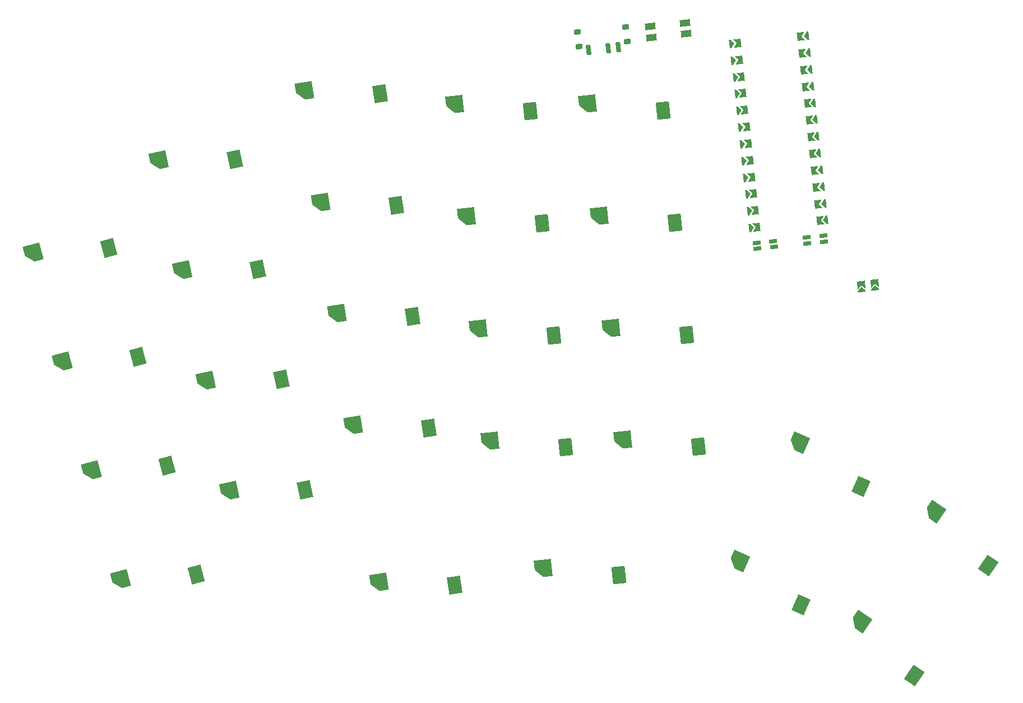
<source format=gbr>
%TF.GenerationSoftware,KiCad,Pcbnew,9.0.2*%
%TF.CreationDate,2025-05-27T05:35:02-06:00*%
%TF.ProjectId,keeb,6b656562-2e6b-4696-9361-645f70636258,v1.0.0*%
%TF.SameCoordinates,Original*%
%TF.FileFunction,Paste,Bot*%
%TF.FilePolarity,Positive*%
%FSLAX46Y46*%
G04 Gerber Fmt 4.6, Leading zero omitted, Abs format (unit mm)*
G04 Created by KiCad (PCBNEW 9.0.2) date 2025-05-27 05:35:02*
%MOMM*%
%LPD*%
G01*
G04 APERTURE LIST*
G04 Aperture macros list*
%AMRotRect*
0 Rectangle, with rotation*
0 The origin of the aperture is its center*
0 $1 length*
0 $2 width*
0 $3 Rotation angle, in degrees counterclockwise*
0 Add horizontal line*
21,1,$1,$2,0,0,$3*%
%AMOutline5P*
0 Free polygon, 5 corners , with rotation*
0 The origin of the aperture is its center*
0 number of corners: always 5*
0 $1 to $10 corner X, Y*
0 $11 Rotation angle, in degrees counterclockwise*
0 create outline with 5 corners*
4,1,5,$1,$2,$3,$4,$5,$6,$7,$8,$9,$10,$1,$2,$11*%
%AMOutline6P*
0 Free polygon, 6 corners , with rotation*
0 The origin of the aperture is its center*
0 number of corners: always 6*
0 $1 to $12 corner X, Y*
0 $13 Rotation angle, in degrees counterclockwise*
0 create outline with 6 corners*
4,1,6,$1,$2,$3,$4,$5,$6,$7,$8,$9,$10,$11,$12,$1,$2,$13*%
%AMOutline7P*
0 Free polygon, 7 corners , with rotation*
0 The origin of the aperture is its center*
0 number of corners: always 7*
0 $1 to $14 corner X, Y*
0 $15 Rotation angle, in degrees counterclockwise*
0 create outline with 7 corners*
4,1,7,$1,$2,$3,$4,$5,$6,$7,$8,$9,$10,$11,$12,$13,$14,$1,$2,$15*%
%AMOutline8P*
0 Free polygon, 8 corners , with rotation*
0 The origin of the aperture is its center*
0 number of corners: always 8*
0 $1 to $16 corner X, Y*
0 $17 Rotation angle, in degrees counterclockwise*
0 create outline with 8 corners*
4,1,8,$1,$2,$3,$4,$5,$6,$7,$8,$9,$10,$11,$12,$13,$14,$15,$16,$1,$2,$17*%
%AMFreePoly0*
4,1,6,0.250000,0.000000,-0.250000,-0.625000,-0.500000,-0.625000,-0.500000,0.625000,-0.250000,0.625000,0.250000,0.000000,0.250000,0.000000,$1*%
%AMFreePoly1*
4,1,6,0.500000,-0.625000,-0.650000,-0.625000,-0.150000,0.000000,-0.650000,0.625000,0.500000,0.625000,0.500000,-0.625000,0.500000,-0.625000,$1*%
%AMFreePoly2*
4,1,6,0.600000,-0.200000,0.600000,-0.400000,-0.600000,-0.400000,-0.600000,-0.200000,0.000000,0.400000,0.600000,-0.200000,0.600000,-0.200000,$1*%
%AMFreePoly3*
4,1,6,0.600000,-1.000000,0.000000,-0.400000,-0.600000,-1.000000,-0.600000,0.250000,0.600000,0.250000,0.600000,-1.000000,0.600000,-1.000000,$1*%
G04 Aperture macros list end*
%ADD10Outline5P,-1.300000X1.300000X1.300000X1.300000X1.300000X-1.300000X-0.117000X-1.300000X-1.300000X-0.117000X15.000000*%
%ADD11RotRect,2.000000X2.600000X15.000000*%
%ADD12Outline5P,-1.300000X1.300000X1.300000X1.300000X1.300000X-1.300000X-0.117000X-1.300000X-1.300000X-0.117000X12.000000*%
%ADD13RotRect,2.000000X2.600000X12.000000*%
%ADD14Outline5P,-1.300000X1.300000X1.300000X1.300000X1.300000X-1.300000X-0.117000X-1.300000X-1.300000X-0.117000X9.000000*%
%ADD15RotRect,2.000000X2.600000X9.000000*%
%ADD16Outline5P,-1.300000X1.300000X1.300000X1.300000X1.300000X-1.300000X-0.117000X-1.300000X-1.300000X-0.117000X6.000000*%
%ADD17RotRect,2.000000X2.600000X6.000000*%
%ADD18Outline5P,-1.300000X1.300000X1.300000X1.300000X1.300000X-1.300000X-0.117000X-1.300000X-1.300000X-0.117000X336.000000*%
%ADD19RotRect,2.000000X2.600000X336.000000*%
%ADD20Outline5P,-1.300000X1.300000X1.300000X1.300000X1.300000X-1.300000X-0.117000X-1.300000X-1.300000X-0.117000X326.000000*%
%ADD21RotRect,2.000000X2.600000X326.000000*%
%ADD22FreePoly0,6.000000*%
%ADD23FreePoly1,6.000000*%
%ADD24FreePoly1,186.000000*%
%ADD25FreePoly0,186.000000*%
%ADD26RotRect,1.550000X1.000000X186.000000*%
%ADD27FreePoly2,6.000000*%
%ADD28FreePoly3,6.000000*%
%ADD29RotRect,1.000000X0.800000X6.000000*%
%ADD30RotRect,0.700000X1.500000X6.000000*%
%ADD31RotRect,0.600000X1.200000X276.000000*%
G04 APERTURE END LIST*
D10*
%TO.C,S1*%
X40896696Y-95679635D03*
D11*
X52332763Y-94892957D03*
%TD*%
D10*
%TO.C,S2*%
X36496772Y-79258896D03*
D11*
X47932839Y-78472218D03*
%TD*%
D10*
%TO.C,S3*%
X32096849Y-62838157D03*
D11*
X43532916Y-62051479D03*
%TD*%
D10*
%TO.C,S4*%
X27696925Y-46417418D03*
D11*
X39132992Y-45630740D03*
%TD*%
D12*
%TO.C,S5*%
X57312197Y-82312263D03*
D13*
X68773763Y-82125181D03*
%TD*%
D12*
%TO.C,S6*%
X53777698Y-65683753D03*
D13*
X65239264Y-65496671D03*
%TD*%
D12*
%TO.C,S7*%
X50243200Y-49055244D03*
D13*
X61704766Y-48868162D03*
%TD*%
D12*
%TO.C,S8*%
X46708701Y-32426735D03*
D13*
X58170267Y-32239653D03*
%TD*%
D14*
%TO.C,S9*%
X76066530Y-72400269D03*
D15*
X87522179Y-72813296D03*
%TD*%
D14*
%TO.C,S10*%
X73604682Y-55578280D03*
D15*
X85060331Y-55991307D03*
%TD*%
D14*
%TO.C,S11*%
X71142833Y-38756291D03*
D15*
X82598482Y-39169318D03*
%TD*%
D14*
%TO.C,S12*%
X68680985Y-21934302D03*
D15*
X80136634Y-22347329D03*
%TD*%
D14*
%TO.C,S13*%
X79919726Y-96089145D03*
D15*
X91375375Y-96502172D03*
%TD*%
D16*
%TO.C,S14*%
X96690394Y-74729379D03*
D17*
X108108728Y-75741382D03*
%TD*%
D16*
%TO.C,S15*%
X94913411Y-57822507D03*
D17*
X106331745Y-58834510D03*
%TD*%
D16*
%TO.C,S16*%
X93136427Y-40915635D03*
D17*
X104554761Y-41927638D03*
%TD*%
D16*
%TO.C,S17*%
X91359443Y-24008762D03*
D17*
X102777777Y-25020765D03*
%TD*%
D16*
%TO.C,S18*%
X116789889Y-74627853D03*
D17*
X128208223Y-75639856D03*
%TD*%
D16*
%TO.C,S19*%
X115012906Y-57720981D03*
D17*
X126431240Y-58732984D03*
%TD*%
D16*
%TO.C,S20*%
X113235922Y-40814109D03*
D17*
X124654256Y-41826112D03*
%TD*%
D16*
%TO.C,S21*%
X111458938Y-23907237D03*
D17*
X122877272Y-24919240D03*
%TD*%
D16*
%TO.C,S22*%
X104748095Y-93992646D03*
D17*
X116166429Y-95004649D03*
%TD*%
D18*
%TO.C,S23*%
X143389233Y-75009203D03*
D19*
X152771798Y-81594790D03*
%TD*%
D18*
%TO.C,S24*%
X134340954Y-92873376D03*
D19*
X143723519Y-99458963D03*
%TD*%
D20*
%TO.C,S25*%
X163860779Y-85447965D03*
D21*
X171957227Y-93562768D03*
%TD*%
D20*
%TO.C,S26*%
X152676921Y-102028717D03*
D21*
X160773369Y-110143520D03*
%TD*%
D22*
%TO.C,MCU1*%
X133403607Y-14813578D03*
D23*
X134124635Y-14737795D03*
D24*
X143622320Y-13739549D03*
D25*
X144343348Y-13663765D03*
D22*
X133669109Y-17339664D03*
D23*
X134390138Y-17263881D03*
D24*
X143887822Y-16265634D03*
D25*
X144608850Y-16189851D03*
D22*
X133934612Y-19865750D03*
D23*
X134655640Y-19789967D03*
D24*
X144153324Y-18791720D03*
D25*
X144874353Y-18715937D03*
D22*
X134200114Y-22391835D03*
D23*
X134921142Y-22316052D03*
D24*
X144418826Y-21317805D03*
D25*
X145139855Y-21242022D03*
D22*
X134465616Y-24917921D03*
D23*
X135186645Y-24842138D03*
D24*
X144684329Y-23843891D03*
D25*
X145405357Y-23768108D03*
D22*
X134731119Y-27444007D03*
D23*
X135452147Y-27368223D03*
D24*
X144949831Y-26369977D03*
D25*
X145670859Y-26294193D03*
D22*
X134996621Y-29970092D03*
D23*
X135717649Y-29894309D03*
D24*
X145215333Y-28896062D03*
D25*
X145936362Y-28820279D03*
D22*
X135262123Y-32496178D03*
D23*
X135983152Y-32420395D03*
D24*
X145480836Y-31422148D03*
D25*
X146201864Y-31346365D03*
D22*
X135527625Y-35022263D03*
D23*
X136248654Y-34946480D03*
D24*
X145746338Y-33948233D03*
D25*
X146467366Y-33872450D03*
D22*
X135793128Y-37548349D03*
D23*
X136514156Y-37472566D03*
D24*
X146011840Y-36474319D03*
D25*
X146732869Y-36398536D03*
D22*
X136058630Y-40074435D03*
D23*
X136779658Y-39998651D03*
D24*
X146277343Y-39000405D03*
D25*
X146998371Y-38924622D03*
D22*
X136324132Y-42600520D03*
D23*
X137045161Y-42524737D03*
D24*
X146542845Y-41526490D03*
D25*
X147263873Y-41450707D03*
%TD*%
D26*
%TO.C,RST1*%
X120937368Y-12202351D03*
X121115066Y-13893038D03*
X126158608Y-11653576D03*
X126336306Y-13344263D03*
%TD*%
D27*
%TO.C,JST1*%
X154873898Y-51671232D03*
X152884854Y-51880289D03*
D28*
X152778653Y-50869855D03*
X154767697Y-50660798D03*
%TD*%
D29*
%TO.C,PWR1*%
X110175026Y-15279177D03*
X109944019Y-13081284D03*
X117435036Y-14516119D03*
X117204028Y-12318226D03*
D30*
X111635301Y-15779277D03*
X114618866Y-15465691D03*
X116110649Y-15308898D03*
%TD*%
D31*
%TO.C,DISP1*%
X147087635Y-43791955D03*
X144561550Y-44057457D03*
X139509378Y-44588462D03*
X136983293Y-44853964D03*
X147181711Y-44687025D03*
X144655625Y-44952527D03*
X139603454Y-45483532D03*
X137077368Y-45749034D03*
%TD*%
M02*

</source>
